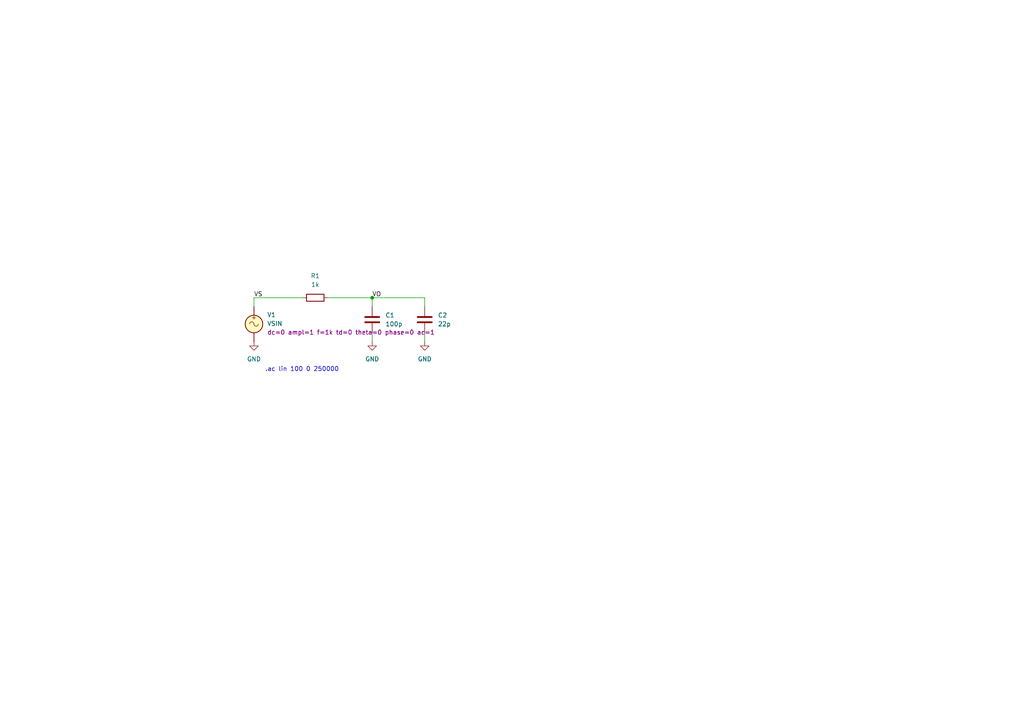
<source format=kicad_sch>
(kicad_sch (version 20231120) (generator "eeschema") (generator_version "8.0")
  (paper "A4")
  (lib_symbols
    (symbol "Device:C" (pin_numbers hide) (pin_names (offset 0.254))
      (property "Reference" "C" (at 0.635 2.54 0))
      (property "Value" "C" (at 0.635 -2.54 0))
      (symbol "C_0_1"
        (polyline (pts (xy -2.032 -0.762) (xy 2.032 -0.762)) (stroke (width 0.508)))
        (polyline (pts (xy -2.032 0.762) (xy 2.032 0.762)) (stroke (width 0.508)))
      )
      (symbol "C_1_1"
        (pin passive line (at 0 3.81 270) (length 2.794) (name "~") (number "1"))
        (pin passive line (at 0 -3.81 90) (length 2.794) (name "~") (number "2"))
      )
    )
    (symbol "Device:R" (pin_numbers hide) (pin_names (offset 0))
      (property "Reference" "R" (at 2.032 0 90))
      (property "Value" "R" (at 0 0 90))
      (symbol "R_0_1"
        (rectangle (start -1.016 -2.54) (end 1.016 2.54) (stroke (width 0.254)))
      )
      (symbol "R_1_1"
        (pin passive line (at 0 3.81 270) (length 1.27) (name "~") (number "1"))
        (pin passive line (at 0 -3.81 90) (length 1.27) (name "~") (number "2"))
      )
    )
    (symbol "Simulation_SPICE:VSIN" (pin_numbers hide) (pin_names (offset 0.0254))
      (property "Reference" "V" (at 2.54 2.54 0))
      (property "Value" "VSIN" (at 2.54 0 0))
      (property "Sim.Params" "dc=0 ampl=1 f=1k ac=1" (at 2.54 -2.54 0))
      (symbol "VSIN_0_0"
        (arc (start 0 0) (mid -0.635 0.6323) (end -1.27 0))
        (arc (start 0 0) (mid 0.635 -0.6323) (end 1.27 0))
        (text "+" (at 0 1.905 0) (effects (font (size 1.27 1.27))))
      )
      (symbol "VSIN_0_1"
        (circle (center 0 0) (radius 2.54) (stroke (width 0.254)) (fill (type background)))
      )
      (symbol "VSIN_1_1"
        (pin passive line (at 0 5.08 270) (length 2.54) (name "~") (number "1"))
        (pin passive line (at 0 -5.08 90) (length 2.54) (name "~") (number "2"))
      )
    )
    (symbol "power:GND" (power) (pin_numbers hide) (pin_names (offset 0) hide)
      (property "Value" "GND" (at 0 -3.81 0))
      (symbol "GND_0_1"
        (polyline (pts (xy 0 0) (xy 0 -1.27) (xy 1.27 -1.27) (xy 0 -2.54) (xy -1.27 -1.27) (xy 0 -1.27)))
      )
      (symbol "GND_1_1"
        (pin power_in line (at 0 0 270) (length 0) (name "~") (number "1"))
      )
    )
  )
  (junction (at 107.95 86.36))
  (wire (pts (xy 107.95 86.36) (xy 107.95 88.9)))
  (wire (pts (xy 123.19 96.52) (xy 123.19 99.06)))
  (wire (pts (xy 123.19 88.9) (xy 123.19 86.36)))
  (wire (pts (xy 107.95 96.52) (xy 107.95 99.06)))
  (wire (pts (xy 73.66 88.9) (xy 73.66 86.36)))
  (wire (pts (xy 95.25 86.36) (xy 107.95 86.36)))
  (wire (pts (xy 123.19 86.36) (xy 107.95 86.36)))
  (wire (pts (xy 73.66 86.36) (xy 87.63 86.36)))
  (text ".ac lin 100 0 250000" (at 87.63 107.188 0) (effects (font (size 1.27 1.27))))
  (label "VS" (at 73.66 86.36 0))
  (label "VO" (at 107.95 86.36 0))
  (symbol (lib_id "power:GND") (at 123.19 99.06 0) (unit 1)
    (property "Reference" "#PWR03" (effects (hide yes)))
    (property "Value" "GND" (at 123.19 104.14 0))
    (property "Description" "Power symbol creates a global label with name \"GND\" , ground" (effects (hide yes)))
  )
  (symbol (lib_id "Simulation_SPICE:VSIN") (at 73.66 93.98 0) (unit 1)
    (property "Reference" "V1" (at 77.47 91.3101 0) (effects (justify left)))
    (property "Value" "VSIN" (at 77.47 93.8501 0) (effects (justify left)))
    (property "Datasheet" "https://ngspice.sourceforge.io/docs/ngspice-html-manual/manual.xhtml#sec_Independent_Sources_for" (effects (hide yes)))
    (property "Description" "Voltage source, sinusoidal" (effects (hide yes)))
    (property "Sim.Pins" "1=+ 2=-" (effects (hide yes)))
    (property "Sim.Params" "dc=0 ampl=1 f=1k td=0 theta=0 phase=0 ac=1" (at 77.47 96.3901 0) (effects (justify left)))
    (property "Sim.Type" "SIN" (effects (hide yes)))
    (property "Sim.Device" "V" (effects (hide yes)))
  )
  (symbol (lib_id "Device:C") (at 107.95 92.71 0) (unit 1)
    (property "Reference" "C1" (at 111.76 91.4399 0) (effects (justify left)))
    (property "Value" "100p" (at 111.76 93.9799 0) (effects (justify left)))
    (property "Description" "Unpolarized capacitor" (effects (hide yes)))
  )
  (symbol (lib_id "power:GND") (at 73.66 99.06 0) (unit 1)
    (property "Reference" "#PWR01" (effects (hide yes)))
    (property "Value" "GND" (at 73.66 104.14 0))
    (property "Description" "Power symbol creates a global label with name \"GND\" , ground" (effects (hide yes)))
  )
  (symbol (lib_id "Device:R") (at 91.44 86.36 90) (unit 1)
    (property "Reference" "R1" (at 91.44 80.01 90))
    (property "Value" "1k" (at 91.44 82.55 90))
    (property "Description" "Resistor" (effects (hide yes)))
  )
  (symbol (lib_id "Device:C") (at 123.19 92.71 0) (unit 1)
    (property "Reference" "C2" (at 127 91.4399 0) (effects (justify left)))
    (property "Value" "22p" (at 127 93.9799 0) (effects (justify left)))
    (property "Description" "Unpolarized capacitor" (effects (hide yes)))
  )
  (symbol (lib_id "power:GND") (at 107.95 99.06 0) (unit 1)
    (property "Reference" "#PWR02" (effects (hide yes)))
    (property "Value" "GND" (at 107.95 104.14 0))
    (property "Description" "Power symbol creates a global label with name \"GND\" , ground" (effects (hide yes)))
  )
)
</source>
